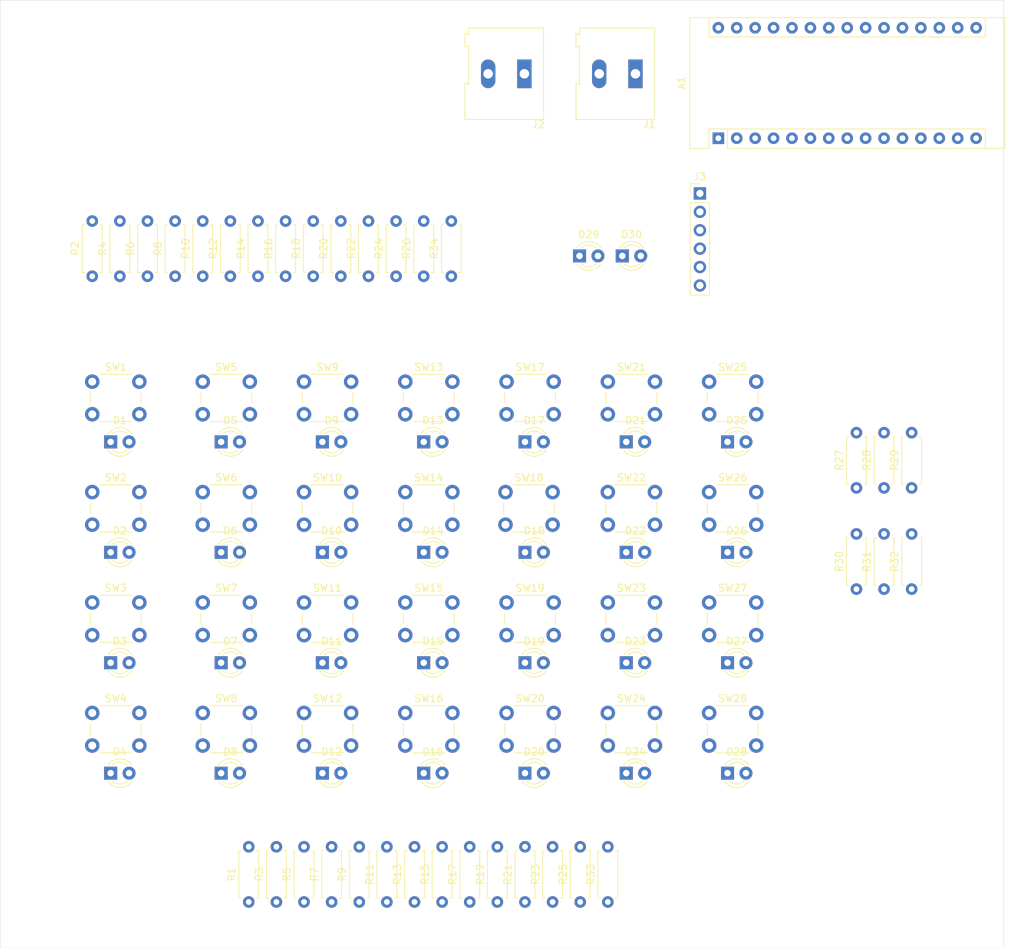
<source format=kicad_pcb>
(kicad_pcb (version 20171130) (host pcbnew "(5.1.4-0-10_14)")
  (layers (0 F.Cu signal) (31 B.Cu signal) (34 B.Paste user) (35 F.Paste user) (36 B.SilkS user) (37 F.SilkS user) (38 B.Mask user) (39 F.Mask user) (44 Edge.Cuts user))
  (net 0 "")
  (net 1 "Net-(A1-Pad10)")
  (net 2 "Net-(A1-Pad9)")
  (net 3 "Net-(A1-Pad8)")
  (net 4 "Net-(A1-Pad7)")
  (net 5 "Net-(A1-Pad6)")
  (net 6 BT_15)
  (net 7 "Net-(A1-Pad5)")
  (net 8 BT_1)
  (net 9 LED_3)
  (net 10 LED_2)
  (net 11 LED_1)
  (net 12 LED_5)
  (net 13 LED_6)
  (net 14 LED_4)
  (net 15 BT_28)
  (net 16 BT_27)
  (net 17 BT_14)
  (net 18 BT_13)
  (net 19 BT_26)
  (net 20 BT_12)
  (net 21 BT_25)
  (net 22 BT_11)
  (net 23 BT_24)
  (net 24 BT_10)
  (net 25 BT_23)
  (net 26 BT_9)
  (net 27 BT_22)
  (net 28 BT_8)
  (net 29 BT_21)
  (net 30 BT_7)
  (net 31 BT_20)
  (net 32 BT_6)
  (net 33 BT_19)
  (net 34 BT_5)
  (net 35 BT_18)
  (net 36 BT_4)
  (net 37 BT_17)
  (net 38 BT_3)
  (net 39 BT_16)
  (net 40 BT_2)
  (net 41 "Net-(SW1-Pad4)")
  (net 42 "Net-(SW2-Pad4)")
  (net 43 "Net-(SW3-Pad4)")
  (net 44 "Net-(SW4-Pad4)")
  (net 45 "Net-(SW5-Pad4)")
  (net 46 "Net-(SW10-Pad3)")
  (net 47 "Net-(SW11-Pad3)")
  (net 48 "Net-(SW12-Pad3)")
  (net 49 "Net-(SW13-Pad3)")
  (net 50 "Net-(SW10-Pad4)")
  (net 51 "Net-(SW11-Pad4)")
  (net 52 "Net-(SW12-Pad4)")
  (net 53 "Net-(SW13-Pad4)")
  (net 54 "Net-(SW14-Pad4)")
  (net 55 "Net-(SW15-Pad4)")
  (net 56 "Net-(SW16-Pad4)")
  (net 57 "Net-(SW17-Pad4)")
  (net 58 "Net-(SW18-Pad4)")
  (net 59 "Net-(SW19-Pad4)")
  (net 60 "Net-(SW20-Pad4)")
  (net 61 "Net-(SW21-Pad4)")
  (net 62 "Net-(SW22-Pad4)")
  (net 63 "Net-(SW23-Pad4)")
  (net 64 "Net-(SW24-Pad4)")
  (net 65 /VIN)
  (net 66 /D9)
  (net 67 /GND)
  (net 68 SCK)
  (net 69 MISO)
  (net 70 MOSI)
  (net 71 CS)
  (net 72 +5V)
  (module Button_Switch_THT:SW_PUSH_6mm_H4.3mm_4Pins (layer F.Cu) (at 139.7 79.32)
    (fp_text reference SW21 (at 3.25 -2) (layer F.SilkS))
    (fp_text value BT0)
    (pad 2 thru_hole circle (at 6.5 0 90) (size 2 2) (drill 1.1) (layers *.Cu *.Mask))
    (pad 4 thru_hole circle (at 6.5 4.5 90) (size 2 2) (drill 1.1) (layers *.Cu *.Mask) (net 61 "Net-(SW21-Pad4)"))
    (pad 1 thru_hole circle (at 0 0 90) (size 2 2) (drill 1.1) (layers *.Cu *.Mask) (net 40 BT_2))
    (pad 3 thru_hole circle (at 0 4.5 90) (size 2 2) (drill 1.1) (layers *.Cu *.Mask) (net 57 "Net-(SW17-Pad4)"))
  )
  (module Button_Switch_THT:SW_PUSH_6mm_H4.3mm_4Pins (layer F.Cu) (at 68.58 94.56)
    (fp_text reference SW2 (at 3.25 -2) (layer F.SilkS))
    (fp_text value BT0)
    (pad 2 thru_hole circle (at 6.5 0 90) (size 2 2) (drill 1.1) (layers *.Cu *.Mask))
    (pad 4 thru_hole circle (at 6.5 4.5 90) (size 2 2) (drill 1.1) (layers *.Cu *.Mask) (net 42 "Net-(SW2-Pad4)"))
    (pad 1 thru_hole circle (at 0 0 90) (size 2 2) (drill 1.1) (layers *.Cu *.Mask) (net 17 BT_14))
    (pad 3 thru_hole circle (at 0 4.5 90) (size 2 2) (drill 1.1) (layers *.Cu *.Mask))
  )
  (module Button_Switch_THT:SW_PUSH_6mm_H4.3mm_4Pins (layer F.Cu) (at 68.58 109.8)
    (fp_text reference SW3 (at 3.25 -2) (layer F.SilkS))
    (fp_text value BT0)
    (pad 2 thru_hole circle (at 6.5 0 90) (size 2 2) (drill 1.1) (layers *.Cu *.Mask))
    (pad 4 thru_hole circle (at 6.5 4.5 90) (size 2 2) (drill 1.1) (layers *.Cu *.Mask) (net 43 "Net-(SW3-Pad4)"))
    (pad 1 thru_hole circle (at 0 0 90) (size 2 2) (drill 1.1) (layers *.Cu *.Mask) (net 29 BT_21))
    (pad 3 thru_hole circle (at 0 4.5 90) (size 2 2) (drill 1.1) (layers *.Cu *.Mask))
  )
  (module Button_Switch_THT:SW_PUSH_6mm_H4.3mm_4Pins (layer F.Cu) (at 68.58 79.32)
    (fp_text reference SW1 (at 3.25 -2) (layer F.SilkS))
    (fp_text value BT0)
    (pad 2 thru_hole circle (at 6.5 0 90) (size 2 2) (drill 1.1) (layers *.Cu *.Mask))
    (pad 4 thru_hole circle (at 6.5 4.5 90) (size 2 2) (drill 1.1) (layers *.Cu *.Mask) (net 41 "Net-(SW1-Pad4)"))
    (pad 1 thru_hole circle (at 0 0 90) (size 2 2) (drill 1.1) (layers *.Cu *.Mask) (net 30 BT_7))
    (pad 3 thru_hole circle (at 0 4.5 90) (size 2 2) (drill 1.1) (layers *.Cu *.Mask))
  )
  (module Button_Switch_THT:SW_PUSH_6mm_H4.3mm_4Pins (layer F.Cu) (at 68.58 125.04)
    (fp_text reference SW4 (at 3.25 -2) (layer F.SilkS))
    (fp_text value BT0)
    (pad 2 thru_hole circle (at 6.5 0 90) (size 2 2) (drill 1.1) (layers *.Cu *.Mask))
    (pad 4 thru_hole circle (at 6.5 4.5 90) (size 2 2) (drill 1.1) (layers *.Cu *.Mask) (net 44 "Net-(SW4-Pad4)"))
    (pad 1 thru_hole circle (at 0 0 90) (size 2 2) (drill 1.1) (layers *.Cu *.Mask) (net 15 BT_28))
    (pad 3 thru_hole circle (at 0 4.5 90) (size 2 2) (drill 1.1) (layers *.Cu *.Mask))
  )
  (module Button_Switch_THT:SW_PUSH_6mm_H4.3mm_4Pins (layer F.Cu) (at 83.82 79.32)
    (fp_text reference SW5 (at 3.25 -2) (layer F.SilkS))
    (fp_text value BT0)
    (pad 2 thru_hole circle (at 6.5 0 90) (size 2 2) (drill 1.1) (layers *.Cu *.Mask))
    (pad 4 thru_hole circle (at 6.5 4.5 90) (size 2 2) (drill 1.1) (layers *.Cu *.Mask) (net 45 "Net-(SW5-Pad4)"))
    (pad 1 thru_hole circle (at 0 0 90) (size 2 2) (drill 1.1) (layers *.Cu *.Mask) (net 32 BT_6))
    (pad 3 thru_hole circle (at 0 4.5 90) (size 2 2) (drill 1.1) (layers *.Cu *.Mask) (net 41 "Net-(SW1-Pad4)"))
  )
  (module Button_Switch_THT:SW_PUSH_6mm_H4.3mm_4Pins (layer F.Cu) (at 83.82 94.56)
    (fp_text reference SW6 (at 3.25 -2) (layer F.SilkS))
    (fp_text value BT0)
    (pad 2 thru_hole circle (at 6.5 0 90) (size 2 2) (drill 1.1) (layers *.Cu *.Mask))
    (pad 4 thru_hole circle (at 6.5 4.5 90) (size 2 2) (drill 1.1) (layers *.Cu *.Mask) (net 46 "Net-(SW10-Pad3)"))
    (pad 1 thru_hole circle (at 0 0 90) (size 2 2) (drill 1.1) (layers *.Cu *.Mask) (net 18 BT_13))
    (pad 3 thru_hole circle (at 0 4.5 90) (size 2 2) (drill 1.1) (layers *.Cu *.Mask) (net 42 "Net-(SW2-Pad4)"))
  )
  (module Button_Switch_THT:SW_PUSH_6mm_H4.3mm_4Pins (layer F.Cu) (at 83.82 109.8)
    (fp_text reference SW7 (at 3.25 -2) (layer F.SilkS))
    (fp_text value BT0)
    (pad 2 thru_hole circle (at 6.5 0 90) (size 2 2) (drill 1.1) (layers *.Cu *.Mask))
    (pad 4 thru_hole circle (at 6.5 4.5 90) (size 2 2) (drill 1.1) (layers *.Cu *.Mask) (net 47 "Net-(SW11-Pad3)"))
    (pad 1 thru_hole circle (at 0 0 90) (size 2 2) (drill 1.1) (layers *.Cu *.Mask) (net 31 BT_20))
    (pad 3 thru_hole circle (at 0 4.5 90) (size 2 2) (drill 1.1) (layers *.Cu *.Mask) (net 43 "Net-(SW3-Pad4)"))
  )
  (module Button_Switch_THT:SW_PUSH_6mm_H4.3mm_4Pins (layer F.Cu) (at 83.82 125.04)
    (fp_text reference SW8 (at 3.25 -2) (layer F.SilkS))
    (fp_text value BT0)
    (pad 2 thru_hole circle (at 6.5 0 90) (size 2 2) (drill 1.1) (layers *.Cu *.Mask))
    (pad 4 thru_hole circle (at 6.5 4.5 90) (size 2 2) (drill 1.1) (layers *.Cu *.Mask) (net 48 "Net-(SW12-Pad3)"))
    (pad 1 thru_hole circle (at 0 0 90) (size 2 2) (drill 1.1) (layers *.Cu *.Mask) (net 16 BT_27))
    (pad 3 thru_hole circle (at 0 4.5 90) (size 2 2) (drill 1.1) (layers *.Cu *.Mask) (net 44 "Net-(SW4-Pad4)"))
  )
  (module Button_Switch_THT:SW_PUSH_6mm_H4.3mm_4Pins (layer F.Cu) (at 97.79 79.32)
    (fp_text reference SW9 (at 3.25 -2) (layer F.SilkS))
    (fp_text value BT0)
    (pad 2 thru_hole circle (at 6.5 0 90) (size 2 2) (drill 1.1) (layers *.Cu *.Mask))
    (pad 4 thru_hole circle (at 6.5 4.5 90) (size 2 2) (drill 1.1) (layers *.Cu *.Mask) (net 49 "Net-(SW13-Pad3)"))
    (pad 1 thru_hole circle (at 0 0 90) (size 2 2) (drill 1.1) (layers *.Cu *.Mask) (net 34 BT_5))
    (pad 3 thru_hole circle (at 0 4.5 90) (size 2 2) (drill 1.1) (layers *.Cu *.Mask) (net 45 "Net-(SW5-Pad4)"))
  )
  (module Button_Switch_THT:SW_PUSH_6mm_H4.3mm_4Pins (layer F.Cu) (at 97.79 94.56)
    (fp_text reference SW10 (at 3.25 -2) (layer F.SilkS))
    (fp_text value BT0)
    (pad 2 thru_hole circle (at 6.5 0 90) (size 2 2) (drill 1.1) (layers *.Cu *.Mask))
    (pad 4 thru_hole circle (at 6.5 4.5 90) (size 2 2) (drill 1.1) (layers *.Cu *.Mask) (net 50 "Net-(SW10-Pad4)"))
    (pad 1 thru_hole circle (at 0 0 90) (size 2 2) (drill 1.1) (layers *.Cu *.Mask) (net 20 BT_12))
    (pad 3 thru_hole circle (at 0 4.5 90) (size 2 2) (drill 1.1) (layers *.Cu *.Mask) (net 46 "Net-(SW10-Pad3)"))
  )
  (module Button_Switch_THT:SW_PUSH_6mm_H4.3mm_4Pins (layer F.Cu) (at 97.79 109.8)
    (fp_text reference SW11 (at 3.25 -2) (layer F.SilkS))
    (fp_text value BT0)
    (pad 2 thru_hole circle (at 6.5 0 90) (size 2 2) (drill 1.1) (layers *.Cu *.Mask))
    (pad 4 thru_hole circle (at 6.5 4.5 90) (size 2 2) (drill 1.1) (layers *.Cu *.Mask) (net 51 "Net-(SW11-Pad4)"))
    (pad 1 thru_hole circle (at 0 0 90) (size 2 2) (drill 1.1) (layers *.Cu *.Mask) (net 33 BT_19))
    (pad 3 thru_hole circle (at 0 4.5 90) (size 2 2) (drill 1.1) (layers *.Cu *.Mask) (net 47 "Net-(SW11-Pad3)"))
  )
  (module Button_Switch_THT:SW_PUSH_6mm_H4.3mm_4Pins (layer F.Cu) (at 97.79 125.04)
    (fp_text reference SW12 (at 3.25 -2) (layer F.SilkS))
    (fp_text value BT0)
    (pad 2 thru_hole circle (at 6.5 0 90) (size 2 2) (drill 1.1) (layers *.Cu *.Mask))
    (pad 4 thru_hole circle (at 6.5 4.5 90) (size 2 2) (drill 1.1) (layers *.Cu *.Mask) (net 52 "Net-(SW12-Pad4)"))
    (pad 1 thru_hole circle (at 0 0 90) (size 2 2) (drill 1.1) (layers *.Cu *.Mask) (net 19 BT_26))
    (pad 3 thru_hole circle (at 0 4.5 90) (size 2 2) (drill 1.1) (layers *.Cu *.Mask) (net 48 "Net-(SW12-Pad3)"))
  )
  (module Button_Switch_THT:SW_PUSH_6mm_H4.3mm_4Pins (layer F.Cu) (at 111.76 79.32)
    (fp_text reference SW13 (at 3.25 -2) (layer F.SilkS))
    (fp_text value BT0)
    (pad 2 thru_hole circle (at 6.5 0 90) (size 2 2) (drill 1.1) (layers *.Cu *.Mask))
    (pad 4 thru_hole circle (at 6.5 4.5 90) (size 2 2) (drill 1.1) (layers *.Cu *.Mask) (net 53 "Net-(SW13-Pad4)"))
    (pad 1 thru_hole circle (at 0 0 90) (size 2 2) (drill 1.1) (layers *.Cu *.Mask) (net 36 BT_4))
    (pad 3 thru_hole circle (at 0 4.5 90) (size 2 2) (drill 1.1) (layers *.Cu *.Mask) (net 49 "Net-(SW13-Pad3)"))
  )
  (module Button_Switch_THT:SW_PUSH_6mm_H4.3mm_4Pins (layer F.Cu) (at 111.76 94.56)
    (fp_text reference SW14 (at 3.25 -2) (layer F.SilkS))
    (fp_text value BT0)
    (pad 2 thru_hole circle (at 6.5 0 90) (size 2 2) (drill 1.1) (layers *.Cu *.Mask))
    (pad 4 thru_hole circle (at 6.5 4.5 90) (size 2 2) (drill 1.1) (layers *.Cu *.Mask) (net 54 "Net-(SW14-Pad4)"))
    (pad 1 thru_hole circle (at 0 0 90) (size 2 2) (drill 1.1) (layers *.Cu *.Mask) (net 22 BT_11))
    (pad 3 thru_hole circle (at 0 4.5 90) (size 2 2) (drill 1.1) (layers *.Cu *.Mask) (net 50 "Net-(SW10-Pad4)"))
  )
  (module Button_Switch_THT:SW_PUSH_6mm_H4.3mm_4Pins (layer F.Cu) (at 111.76 109.8)
    (fp_text reference SW15 (at 3.25 -2) (layer F.SilkS))
    (fp_text value BT0)
    (pad 2 thru_hole circle (at 6.5 0 90) (size 2 2) (drill 1.1) (layers *.Cu *.Mask))
    (pad 4 thru_hole circle (at 6.5 4.5 90) (size 2 2) (drill 1.1) (layers *.Cu *.Mask) (net 55 "Net-(SW15-Pad4)"))
    (pad 1 thru_hole circle (at 0 0 90) (size 2 2) (drill 1.1) (layers *.Cu *.Mask) (net 35 BT_18))
    (pad 3 thru_hole circle (at 0 4.5 90) (size 2 2) (drill 1.1) (layers *.Cu *.Mask) (net 51 "Net-(SW11-Pad4)"))
  )
  (module Button_Switch_THT:SW_PUSH_6mm_H4.3mm_4Pins (layer F.Cu) (at 111.76 125.04)
    (fp_text reference SW16 (at 3.25 -2) (layer F.SilkS))
    (fp_text value BT0)
    (pad 2 thru_hole circle (at 6.5 0 90) (size 2 2) (drill 1.1) (layers *.Cu *.Mask))
    (pad 4 thru_hole circle (at 6.5 4.5 90) (size 2 2) (drill 1.1) (layers *.Cu *.Mask) (net 56 "Net-(SW16-Pad4)"))
    (pad 1 thru_hole circle (at 0 0 90) (size 2 2) (drill 1.1) (layers *.Cu *.Mask) (net 21 BT_25))
    (pad 3 thru_hole circle (at 0 4.5 90) (size 2 2) (drill 1.1) (layers *.Cu *.Mask) (net 52 "Net-(SW12-Pad4)"))
  )
  (module Button_Switch_THT:SW_PUSH_6mm_H4.3mm_4Pins (layer F.Cu) (at 125.73 79.32)
    (fp_text reference SW17 (at 3.25 -2) (layer F.SilkS))
    (fp_text value BT0)
    (pad 2 thru_hole circle (at 6.5 0 90) (size 2 2) (drill 1.1) (layers *.Cu *.Mask))
    (pad 4 thru_hole circle (at 6.5 4.5 90) (size 2 2) (drill 1.1) (layers *.Cu *.Mask) (net 57 "Net-(SW17-Pad4)"))
    (pad 1 thru_hole circle (at 0 0 90) (size 2 2) (drill 1.1) (layers *.Cu *.Mask) (net 38 BT_3))
    (pad 3 thru_hole circle (at 0 4.5 90) (size 2 2) (drill 1.1) (layers *.Cu *.Mask) (net 53 "Net-(SW13-Pad4)"))
  )
  (module Button_Switch_THT:SW_PUSH_6mm_H4.3mm_4Pins (layer F.Cu) (at 125.58 94.56)
    (fp_text reference SW18 (at 3.25 -2) (layer F.SilkS))
    (fp_text value BT0)
    (pad 2 thru_hole circle (at 6.5 0 90) (size 2 2) (drill 1.1) (layers *.Cu *.Mask))
    (pad 4 thru_hole circle (at 6.5 4.5 90) (size 2 2) (drill 1.1) (layers *.Cu *.Mask) (net 58 "Net-(SW18-Pad4)"))
    (pad 1 thru_hole circle (at 0 0 90) (size 2 2) (drill 1.1) (layers *.Cu *.Mask) (net 24 BT_10))
    (pad 3 thru_hole circle (at 0 4.5 90) (size 2 2) (drill 1.1) (layers *.Cu *.Mask) (net 54 "Net-(SW14-Pad4)"))
  )
  (module Button_Switch_THT:SW_PUSH_6mm_H4.3mm_4Pins (layer F.Cu) (at 125.73 109.8)
    (fp_text reference SW19 (at 3.25 -2) (layer F.SilkS))
    (fp_text value BT0)
    (pad 2 thru_hole circle (at 6.5 0 90) (size 2 2) (drill 1.1) (layers *.Cu *.Mask))
    (pad 4 thru_hole circle (at 6.5 4.5 90) (size 2 2) (drill 1.1) (layers *.Cu *.Mask) (net 59 "Net-(SW19-Pad4)"))
    (pad 1 thru_hole circle (at 0 0 90) (size 2 2) (drill 1.1) (layers *.Cu *.Mask) (net 37 BT_17))
    (pad 3 thru_hole circle (at 0 4.5 90) (size 2 2) (drill 1.1) (layers *.Cu *.Mask) (net 55 "Net-(SW15-Pad4)"))
  )
  (module Button_Switch_THT:SW_PUSH_6mm_H4.3mm_4Pins (layer F.Cu) (at 125.73 125.04)
    (fp_text reference SW20 (at 3.25 -2) (layer F.SilkS))
    (fp_text value BT0)
    (pad 2 thru_hole circle (at 6.5 0 90) (size 2 2) (drill 1.1) (layers *.Cu *.Mask))
    (pad 4 thru_hole circle (at 6.5 4.5 90) (size 2 2) (drill 1.1) (layers *.Cu *.Mask) (net 60 "Net-(SW20-Pad4)"))
    (pad 1 thru_hole circle (at 0 0 90) (size 2 2) (drill 1.1) (layers *.Cu *.Mask) (net 23 BT_24))
    (pad 3 thru_hole circle (at 0 4.5 90) (size 2 2) (drill 1.1) (layers *.Cu *.Mask) (net 56 "Net-(SW16-Pad4)"))
  )
  (module TerminalBlock:TerminalBlock_Altech_AK300-2_P5.00mm (layer F.Cu) (at 128.19 36.83 180)
    (fp_text reference J2 (at -1.92 -6.99) (layer F.SilkS))
    (fp_text value SPEAKER)
    (pad 2 thru_hole oval (at 5 0 180) (size 1.98 3.96) (drill 1.32) (layers *.Cu *.Mask) (net 66 /D9))
    (pad 1 thru_hole rect (at 0 0 180) (size 1.98 3.96) (drill 1.32) (layers *.Cu *.Mask) (net 67 /GND))
  )
  (module TerminalBlock:TerminalBlock_Altech_AK300-2_P5.00mm (layer F.Cu) (at 143.51 36.83 180)
    (fp_text reference J1 (at -1.92 -6.99) (layer F.SilkS))
    (fp_text value POWER)
    (pad 2 thru_hole oval (at 5 0 180) (size 1.98 3.96) (drill 1.32) (layers *.Cu *.Mask) (net 67 /GND))
    (pad 1 thru_hole rect (at 0 0 180) (size 1.98 3.96) (drill 1.32) (layers *.Cu *.Mask) (net 65 /VIN))
  )
  (module LED_THT:LED_D3.0mm (layer F.Cu) (at 156.21 133.35)
    (fp_text reference D28 (at 1.27 -2.96) (layer F.SilkS))
    (fp_text value LED)
    (pad 2 thru_hole circle (at 2.54 0) (size 1.8 1.8) (drill 0.9) (layers *.Cu *.Mask) (net 10 LED_2))
    (pad 1 thru_hole rect (at 0 0) (size 1.8 1.8) (drill 0.9) (layers *.Cu *.Mask) (net 14 LED_4))
  )
  (module LED_THT:LED_D3.0mm (layer F.Cu) (at 156.21 118.11)
    (fp_text reference D27 (at 1.27 -2.96) (layer F.SilkS))
    (fp_text value LED)
    (pad 2 thru_hole circle (at 2.54 0) (size 1.8 1.8) (drill 0.9) (layers *.Cu *.Mask) (net 14 LED_4))
    (pad 1 thru_hole rect (at 0 0) (size 1.8 1.8) (drill 0.9) (layers *.Cu *.Mask) (net 10 LED_2))
  )
  (module LED_THT:LED_D3.0mm (layer F.Cu) (at 156.21 102.87)
    (fp_text reference D26 (at 1.27 -2.96) (layer F.SilkS))
    (fp_text value LED)
    (pad 2 thru_hole circle (at 2.54 0) (size 1.8 1.8) (drill 0.9) (layers *.Cu *.Mask) (net 14 LED_4))
    (pad 1 thru_hole rect (at 0 0) (size 1.8 1.8) (drill 0.9) (layers *.Cu *.Mask) (net 13 LED_6))
  )
  (module LED_THT:LED_D3.0mm (layer F.Cu) (at 142.24 102.87)
    (fp_text reference D22 (at 1.27 -2.96) (layer F.SilkS))
    (fp_text value LED)
    (pad 2 thru_hole circle (at 2.54 0) (size 1.8 1.8) (drill 0.9) (layers *.Cu *.Mask) (net 9 LED_3))
    (pad 1 thru_hole rect (at 0 0) (size 1.8 1.8) (drill 0.9) (layers *.Cu *.Mask) (net 14 LED_4))
  )
  (module LED_THT:LED_D3.0mm (layer F.Cu) (at 142.24 87.63)
    (fp_text reference D21 (at 1.27 -2.96) (layer F.SilkS))
    (fp_text value LED)
    (pad 2 thru_hole circle (at 2.54 0) (size 1.8 1.8) (drill 0.9) (layers *.Cu *.Mask) (net 14 LED_4))
    (pad 1 thru_hole rect (at 0 0) (size 1.8 1.8) (drill 0.9) (layers *.Cu *.Mask) (net 12 LED_5))
  )
  (module LED_THT:LED_D3.0mm (layer F.Cu) (at 100.33 118.11)
    (fp_text reference D11 (at 1.27 -2.96) (layer F.SilkS))
    (fp_text value LED)
    (pad 2 thru_hole circle (at 2.54 0) (size 1.8 1.8) (drill 0.9) (layers *.Cu *.Mask) (net 13 LED_6))
    (pad 1 thru_hole rect (at 0 0) (size 1.8 1.8) (drill 0.9) (layers *.Cu *.Mask) (net 11 LED_1))
  )
  (module LED_THT:LED_D3.0mm (layer F.Cu) (at 100.33 102.87)
    (fp_text reference D10 (at 1.27 -2.96) (layer F.SilkS))
    (fp_text value LED)
    (pad 2 thru_hole circle (at 2.54 0) (size 1.8 1.8) (drill 0.9) (layers *.Cu *.Mask) (net 13 LED_6))
    (pad 1 thru_hole rect (at 0 0) (size 1.8 1.8) (drill 0.9) (layers *.Cu *.Mask) (net 10 LED_2))
  )
  (module LED_THT:LED_D3.0mm (layer F.Cu) (at 100.33 87.63)
    (fp_text reference D9 (at 1.27 -2.96) (layer F.SilkS))
    (fp_text value LED)
    (pad 2 thru_hole circle (at 2.54 0) (size 1.8 1.8) (drill 0.9) (layers *.Cu *.Mask) (net 13 LED_6))
    (pad 1 thru_hole rect (at 0 0) (size 1.8 1.8) (drill 0.9) (layers *.Cu *.Mask) (net 9 LED_3))
  )
  (module LED_THT:LED_D3.0mm (layer F.Cu) (at 86.36 133.35)
    (fp_text reference D8 (at 1.27 -2.96) (layer F.SilkS))
    (fp_text value LED)
    (pad 2 thru_hole circle (at 2.54 0) (size 1.8 1.8) (drill 0.9) (layers *.Cu *.Mask) (net 11 LED_1))
    (pad 1 thru_hole rect (at 0 0) (size 1.8 1.8) (drill 0.9) (layers *.Cu *.Mask) (net 10 LED_2))
  )
  (module LED_THT:LED_D3.0mm (layer F.Cu) (at 86.36 118.11)
    (fp_text reference D7 (at 1.27 -2.96) (layer F.SilkS))
    (fp_text value LED)
    (pad 2 thru_hole circle (at 2.54 0) (size 1.8 1.8) (drill 0.9) (layers *.Cu *.Mask) (net 11 LED_1))
    (pad 1 thru_hole rect (at 0 0) (size 1.8 1.8) (drill 0.9) (layers *.Cu *.Mask) (net 12 LED_5))
  )
  (module LED_THT:LED_D3.0mm (layer F.Cu) (at 86.36 102.87)
    (fp_text reference D6 (at 1.27 -2.96) (layer F.SilkS))
    (fp_text value LED)
    (pad 2 thru_hole circle (at 2.54 0) (size 1.8 1.8) (drill 0.9) (layers *.Cu *.Mask) (net 10 LED_2))
    (pad 1 thru_hole rect (at 0 0) (size 1.8 1.8) (drill 0.9) (layers *.Cu *.Mask) (net 12 LED_5))
  )
  (module LED_THT:LED_D3.0mm (layer F.Cu) (at 86.36 87.63)
    (fp_text reference D5 (at 1.27 -2.96) (layer F.SilkS))
    (fp_text value LED)
    (pad 2 thru_hole circle (at 2.54 0) (size 1.8 1.8) (drill 0.9) (layers *.Cu *.Mask) (net 9 LED_3))
    (pad 1 thru_hole rect (at 0 0) (size 1.8 1.8) (drill 0.9) (layers *.Cu *.Mask) (net 12 LED_5))
  )
  (module LED_THT:LED_D3.0mm (layer F.Cu) (at 71.12 133.35)
    (fp_text reference D4 (at 1.27 -2.96) (layer F.SilkS))
    (fp_text value LED)
    (pad 2 thru_hole circle (at 2.54 0) (size 1.8 1.8) (drill 0.9) (layers *.Cu *.Mask) (net 10 LED_2))
    (pad 1 thru_hole rect (at 0 0) (size 1.8 1.8) (drill 0.9) (layers *.Cu *.Mask) (net 11 LED_1))
  )
  (module LED_THT:LED_D3.0mm (layer F.Cu) (at 71.12 118.11)
    (fp_text reference D3 (at 1.27 -2.96) (layer F.SilkS))
    (fp_text value LED)
    (pad 2 thru_hole circle (at 2.54 0) (size 1.8 1.8) (drill 0.9) (layers *.Cu *.Mask) (net 12 LED_5))
    (pad 1 thru_hole rect (at 0 0) (size 1.8 1.8) (drill 0.9) (layers *.Cu *.Mask) (net 11 LED_1))
  )
  (module LED_THT:LED_D3.0mm (layer F.Cu) (at 71.12 102.87)
    (fp_text reference D2 (at 1.27 -2.96) (layer F.SilkS))
    (fp_text value LED)
    (pad 2 thru_hole circle (at 2.54 0) (size 1.8 1.8) (drill 0.9) (layers *.Cu *.Mask) (net 12 LED_5))
    (pad 1 thru_hole rect (at 0 0) (size 1.8 1.8) (drill 0.9) (layers *.Cu *.Mask) (net 10 LED_2))
  )
  (module LED_THT:LED_D3.0mm (layer F.Cu) (at 71.12 87.63)
    (fp_text reference D1 (at 1.27 -2.96) (layer F.SilkS))
    (fp_text value LED)
    (pad 2 thru_hole circle (at 2.54 0) (size 1.8 1.8) (drill 0.9) (layers *.Cu *.Mask) (net 12 LED_5))
    (pad 1 thru_hole rect (at 0 0) (size 1.8 1.8) (drill 0.9) (layers *.Cu *.Mask) (net 9 LED_3))
  )
  (module Module:Arduino_Nano (layer F.Cu) (at 154.94 45.72 90)
    (fp_text reference A1 (at 7.62 -5.08 90) (layer F.SilkS))
    (fp_text value Arduino_Nano_v3.x)
    (pad 16 thru_hole oval (at 15.24 35.56 90) (size 1.6 1.6) (drill 0.8) (layers *.Cu *.Mask) (net 68 SCK))
    (pad 15 thru_hole oval (at 0 35.56 90) (size 1.6 1.6) (drill 0.8) (layers *.Cu *.Mask) (net 69 MISO))
    (pad 30 thru_hole oval (at 15.24 0 90) (size 1.6 1.6) (drill 0.8) (layers *.Cu *.Mask) (net 65 /VIN))
    (pad 14 thru_hole oval (at 0 33.02 90) (size 1.6 1.6) (drill 0.8) (layers *.Cu *.Mask) (net 70 MOSI))
    (pad 29 thru_hole oval (at 15.24 2.54 90) (size 1.6 1.6) (drill 0.8) (layers *.Cu *.Mask))
    (pad 13 thru_hole oval (at 0 30.48 90) (size 1.6 1.6) (drill 0.8) (layers *.Cu *.Mask) (net 71 CS))
    (pad 28 thru_hole oval (at 15.24 5.08 90) (size 1.6 1.6) (drill 0.8) (layers *.Cu *.Mask))
    (pad 12 thru_hole oval (at 0 27.94 90) (size 1.6 1.6) (drill 0.8) (layers *.Cu *.Mask) (net 66 /D9))
    (pad 27 thru_hole oval (at 15.24 7.62 90) (size 1.6 1.6) (drill 0.8) (layers *.Cu *.Mask) (net 72 +5V))
    (pad 11 thru_hole oval (at 0 25.4 90) (size 1.6 1.6) (drill 0.8) (layers *.Cu *.Mask))
    (pad 26 thru_hole oval (at 15.24 10.16 90) (size 1.6 1.6) (drill 0.8) (layers *.Cu *.Mask))
    (pad 10 thru_hole oval (at 0 22.86 90) (size 1.6 1.6) (drill 0.8) (layers *.Cu *.Mask) (net 1 "Net-(A1-Pad10)"))
    (pad 25 thru_hole oval (at 15.24 12.7 90) (size 1.6 1.6) (drill 0.8) (layers *.Cu *.Mask))
    (pad 9 thru_hole oval (at 0 20.32 90) (size 1.6 1.6) (drill 0.8) (layers *.Cu *.Mask) (net 2 "Net-(A1-Pad9)"))
    (pad 24 thru_hole oval (at 15.24 15.24 90) (size 1.6 1.6) (drill 0.8) (layers *.Cu *.Mask))
    (pad 8 thru_hole oval (at 0 17.78 90) (size 1.6 1.6) (drill 0.8) (layers *.Cu *.Mask) (net 3 "Net-(A1-Pad8)"))
    (pad 23 thru_hole oval (at 15.24 17.78 90) (size 1.6 1.6) (drill 0.8) (layers *.Cu *.Mask))
    (pad 7 thru_hole oval (at 0 15.24 90) (size 1.6 1.6) (drill 0.8) (layers *.Cu *.Mask) (net 4 "Net-(A1-Pad7)"))
    (pad 22 thru_hole oval (at 15.24 20.32 90) (size 1.6 1.6) (drill 0.8) (layers *.Cu *.Mask))
    (pad 6 thru_hole oval (at 0 12.7 90) (size 1.6 1.6) (drill 0.8) (layers *.Cu *.Mask) (net 5 "Net-(A1-Pad6)"))
    (pad 21 thru_hole oval (at 15.24 22.86 90) (size 1.6 1.6) (drill 0.8) (layers *.Cu *.Mask) (net 6 BT_15))
    (pad 5 thru_hole oval (at 0 10.16 90) (size 1.6 1.6) (drill 0.8) (layers *.Cu *.Mask) (net 7 "Net-(A1-Pad5)"))
    (pad 20 thru_hole oval (at 15.24 25.4 90) (size 1.6 1.6) (drill 0.8) (layers *.Cu *.Mask) (net 8 BT_1))
    (pad 4 thru_hole oval (at 0 7.62 90) (size 1.6 1.6) (drill 0.8) (layers *.Cu *.Mask) (net 67 /GND))
    (pad 19 thru_hole oval (at 15.24 27.94 90) (size 1.6 1.6) (drill 0.8) (layers *.Cu *.Mask))
    (pad 3 thru_hole oval (at 0 5.08 90) (size 1.6 1.6) (drill 0.8) (layers *.Cu *.Mask))
    (pad 18 thru_hole oval (at 15.24 30.48 90) (size 1.6 1.6) (drill 0.8) (layers *.Cu *.Mask))
    (pad 2 thru_hole oval (at 0 2.54 90) (size 1.6 1.6) (drill 0.8) (layers *.Cu *.Mask))
    (pad 17 thru_hole oval (at 15.24 33.02 90) (size 1.6 1.6) (drill 0.8) (layers *.Cu *.Mask))
    (pad 1 thru_hole rect (at 0 0 90) (size 1.6 1.6) (drill 0.8) (layers *.Cu *.Mask))
  )
  (module LED_THT:LED_D3.0mm (layer F.Cu) (at 128.27 102.87)
    (fp_text reference D18 (at 1.27 -2.96) (layer F.SilkS))
    (fp_text value LED)
    (pad 2 thru_hole circle (at 2.54 0) (size 1.8 1.8) (drill 0.9) (layers *.Cu *.Mask) (net 14 LED_4))
    (pad 1 thru_hole rect (at 0 0) (size 1.8 1.8) (drill 0.9) (layers *.Cu *.Mask) (net 9 LED_3))
  )
  (module LED_THT:LED_D3.0mm (layer F.Cu) (at 128.27 133.35)
    (fp_text reference D20 (at 1.27 -2.96) (layer F.SilkS))
    (fp_text value LED)
    (pad 2 thru_hole circle (at 2.54 0) (size 1.8 1.8) (drill 0.9) (layers *.Cu *.Mask) (net 14 LED_4))
    (pad 1 thru_hole rect (at 0 0) (size 1.8 1.8) (drill 0.9) (layers *.Cu *.Mask) (net 11 LED_1))
  )
  (module LED_THT:LED_D3.0mm (layer F.Cu) (at 156.21 87.63)
    (fp_text reference D25 (at 1.27 -2.96) (layer F.SilkS))
    (fp_text value LED)
    (pad 2 thru_hole circle (at 2.54 0) (size 1.8 1.8) (drill 0.9) (layers *.Cu *.Mask) (net 13 LED_6))
    (pad 1 thru_hole rect (at 0 0) (size 1.8 1.8) (drill 0.9) (layers *.Cu *.Mask) (net 14 LED_4))
  )
  (module LED_THT:LED_D3.0mm (layer F.Cu) (at 142.24 133.35)
    (fp_text reference D24 (at 1.27 -2.96) (layer F.SilkS))
    (fp_text value LED)
    (pad 2 thru_hole circle (at 2.54 0) (size 1.8 1.8) (drill 0.9) (layers *.Cu *.Mask) (net 11 LED_1))
    (pad 1 thru_hole rect (at 0 0) (size 1.8 1.8) (drill 0.9) (layers *.Cu *.Mask) (net 14 LED_4))
  )
  (module LED_THT:LED_D3.0mm (layer F.Cu) (at 142.24 118.11)
    (fp_text reference D23 (at 1.27 -2.96) (layer F.SilkS))
    (fp_text value LED)
    (pad 2 thru_hole circle (at 2.54 0) (size 1.8 1.8) (drill 0.9) (layers *.Cu *.Mask) (net 10 LED_2))
    (pad 1 thru_hole rect (at 0 0) (size 1.8 1.8) (drill 0.9) (layers *.Cu *.Mask) (net 9 LED_3))
  )
  (module LED_THT:LED_D3.0mm (layer F.Cu) (at 128.27 87.63)
    (fp_text reference D17 (at 1.27 -2.96) (layer F.SilkS))
    (fp_text value LED)
    (pad 2 thru_hole circle (at 2.54 0) (size 1.8 1.8) (drill 0.9) (layers *.Cu *.Mask) (net 12 LED_5))
    (pad 1 thru_hole rect (at 0 0) (size 1.8 1.8) (drill 0.9) (layers *.Cu *.Mask) (net 14 LED_4))
  )
  (module LED_THT:LED_D3.0mm (layer F.Cu) (at 114.3 133.35)
    (fp_text reference D16 (at 1.27 -2.96) (layer F.SilkS))
    (fp_text value LED)
    (pad 2 thru_hole circle (at 2.54 0) (size 1.8 1.8) (drill 0.9) (layers *.Cu *.Mask) (net 11 LED_1))
    (pad 1 thru_hole rect (at 0 0) (size 1.8 1.8) (drill 0.9) (layers *.Cu *.Mask) (net 9 LED_3))
  )
  (module LED_THT:LED_D3.0mm (layer F.Cu) (at 114.3 118.11)
    (fp_text reference D15 (at 1.27 -2.96) (layer F.SilkS))
    (fp_text value LED)
    (pad 2 thru_hole circle (at 2.54 0) (size 1.8 1.8) (drill 0.9) (layers *.Cu *.Mask) (net 11 LED_1))
    (pad 1 thru_hole rect (at 0 0) (size 1.8 1.8) (drill 0.9) (layers *.Cu *.Mask) (net 13 LED_6))
  )
  (module LED_THT:LED_D3.0mm (layer F.Cu) (at 114.3 102.87)
    (fp_text reference D14 (at 1.27 -2.96) (layer F.SilkS))
    (fp_text value LED)
    (pad 2 thru_hole circle (at 2.54 0) (size 1.8 1.8) (drill 0.9) (layers *.Cu *.Mask) (net 10 LED_2))
    (pad 1 thru_hole rect (at 0 0) (size 1.8 1.8) (drill 0.9) (layers *.Cu *.Mask) (net 13 LED_6))
  )
  (module LED_THT:LED_D3.0mm (layer F.Cu) (at 114.3 87.63)
    (fp_text reference D13 (at 1.27 -2.96) (layer F.SilkS))
    (fp_text value LED)
    (pad 2 thru_hole circle (at 2.54 0) (size 1.8 1.8) (drill 0.9) (layers *.Cu *.Mask) (net 9 LED_3))
    (pad 1 thru_hole rect (at 0 0) (size 1.8 1.8) (drill 0.9) (layers *.Cu *.Mask) (net 13 LED_6))
  )
  (module LED_THT:LED_D3.0mm (layer F.Cu) (at 100.33 133.35)
    (fp_text reference D12 (at 1.27 -2.96) (layer F.SilkS))
    (fp_text value LED)
    (pad 2 thru_hole circle (at 2.54 0) (size 1.8 1.8) (drill 0.9) (layers *.Cu *.Mask) (net 9 LED_3))
    (pad 1 thru_hole rect (at 0 0) (size 1.8 1.8) (drill 0.9) (layers *.Cu *.Mask) (net 11 LED_1))
  )
  (module LED_THT:LED_D3.0mm (layer F.Cu) (at 128.27 118.11)
    (fp_text reference D19 (at 1.27 -2.96) (layer F.SilkS))
    (fp_text value LED)
    (pad 2 thru_hole circle (at 2.54 0) (size 1.8 1.8) (drill 0.9) (layers *.Cu *.Mask) (net 9 LED_3))
    (pad 1 thru_hole rect (at 0 0) (size 1.8 1.8) (drill 0.9) (layers *.Cu *.Mask) (net 10 LED_2))
  )
  (module Button_Switch_THT:SW_PUSH_6mm_H4.3mm_4Pins (layer F.Cu) (at 139.7 94.56)
    (fp_text reference SW22 (at 3.25 -2) (layer F.SilkS))
    (fp_text value BT0)
    (pad 2 thru_hole circle (at 6.5 0 90) (size 2 2) (drill 1.1) (layers *.Cu *.Mask))
    (pad 4 thru_hole circle (at 6.5 4.5 90) (size 2 2) (drill 1.1) (layers *.Cu *.Mask) (net 62 "Net-(SW22-Pad4)"))
    (pad 1 thru_hole circle (at 0 0 90) (size 2 2) (drill 1.1) (layers *.Cu *.Mask) (net 26 BT_9))
    (pad 3 thru_hole circle (at 0 4.5 90) (size 2 2) (drill 1.1) (layers *.Cu *.Mask) (net 58 "Net-(SW18-Pad4)"))
  )
  (module Button_Switch_THT:SW_PUSH_6mm_H4.3mm_4Pins (layer F.Cu) (at 139.7 109.8)
    (fp_text reference SW23 (at 3.25 -2) (layer F.SilkS))
    (fp_text value BT0)
    (pad 2 thru_hole circle (at 6.5 0 90) (size 2 2) (drill 1.1) (layers *.Cu *.Mask))
    (pad 4 thru_hole circle (at 6.5 4.5 90) (size 2 2) (drill 1.1) (layers *.Cu *.Mask) (net 63 "Net-(SW23-Pad4)"))
    (pad 1 thru_hole circle (at 0 0 90) (size 2 2) (drill 1.1) (layers *.Cu *.Mask) (net 39 BT_16))
    (pad 3 thru_hole circle (at 0 4.5 90) (size 2 2) (drill 1.1) (layers *.Cu *.Mask) (net 59 "Net-(SW19-Pad4)"))
  )
  (module Button_Switch_THT:SW_PUSH_6mm_H4.3mm_4Pins (layer F.Cu) (at 139.7 125.04)
    (fp_text reference SW24 (at 3.25 -2) (layer F.SilkS))
    (fp_text value BT0)
    (pad 2 thru_hole circle (at 6.5 0 90) (size 2 2) (drill 1.1) (layers *.Cu *.Mask))
    (pad 4 thru_hole circle (at 6.5 4.5 90) (size 2 2) (drill 1.1) (layers *.Cu *.Mask) (net 64 "Net-(SW24-Pad4)"))
    (pad 1 thru_hole circle (at 0 0 90) (size 2 2) (drill 1.1) (layers *.Cu *.Mask) (net 25 BT_23))
    (pad 3 thru_hole circle (at 0 4.5 90) (size 2 2) (drill 1.1) (layers *.Cu *.Mask) (net 60 "Net-(SW20-Pad4)"))
  )
  (module Button_Switch_THT:SW_PUSH_6mm_H4.3mm_4Pins (layer F.Cu) (at 153.67 79.32)
    (fp_text reference SW25 (at 3.25 -2) (layer F.SilkS))
    (fp_text value BT0)
    (pad 2 thru_hole circle (at 6.5 0 90) (size 2 2) (drill 1.1) (layers *.Cu *.Mask))
    (pad 4 thru_hole circle (at 6.5 4.5 90) (size 2 2) (drill 1.1) (layers *.Cu *.Mask) (net 67 /GND))
    (pad 1 thru_hole circle (at 0 0 90) (size 2 2) (drill 1.1) (layers *.Cu *.Mask) (net 8 BT_1))
    (pad 3 thru_hole circle (at 0 4.5 90) (size 2 2) (drill 1.1) (layers *.Cu *.Mask) (net 61 "Net-(SW21-Pad4)"))
  )
  (module Button_Switch_THT:SW_PUSH_6mm_H4.3mm_4Pins (layer F.Cu) (at 153.67 94.56)
    (fp_text reference SW26 (at 3.25 -2) (layer F.SilkS))
    (fp_text value BT0)
    (pad 2 thru_hole circle (at 6.5 0 90) (size 2 2) (drill 1.1) (layers *.Cu *.Mask))
    (pad 4 thru_hole circle (at 6.5 4.5 90) (size 2 2) (drill 1.1) (layers *.Cu *.Mask) (net 67 /GND))
    (pad 1 thru_hole circle (at 0 0 90) (size 2 2) (drill 1.1) (layers *.Cu *.Mask) (net 28 BT_8))
    (pad 3 thru_hole circle (at 0 4.5 90) (size 2 2) (drill 1.1) (layers *.Cu *.Mask) (net 62 "Net-(SW22-Pad4)"))
  )
  (module Button_Switch_THT:SW_PUSH_6mm_H4.3mm_4Pins (layer F.Cu) (at 153.67 125.04)
    (fp_text reference SW28 (at 3.25 -2) (layer F.SilkS))
    (fp_text value BT0)
    (pad 2 thru_hole circle (at 6.5 0 90) (size 2 2) (drill 1.1) (layers *.Cu *.Mask))
    (pad 4 thru_hole circle (at 6.5 4.5 90) (size 2 2) (drill 1.1) (layers *.Cu *.Mask) (net 67 /GND))
    (pad 1 thru_hole circle (at 0 0 90) (size 2 2) (drill 1.1) (layers *.Cu *.Mask) (net 27 BT_22))
    (pad 3 thru_hole circle (at 0 4.5 90) (size 2 2) (drill 1.1) (layers *.Cu *.Mask) (net 64 "Net-(SW24-Pad4)"))
  )
  (module Button_Switch_THT:SW_PUSH_6mm_H4.3mm_4Pins (layer F.Cu) (at 153.67 109.8)
    (fp_text reference SW27 (at 3.25 -2) (layer F.SilkS))
    (fp_text value BT0)
    (pad 2 thru_hole circle (at 6.5 0 90) (size 2 2) (drill 1.1) (layers *.Cu *.Mask))
    (pad 4 thru_hole circle (at 6.5 4.5 90) (size 2 2) (drill 1.1) (layers *.Cu *.Mask) (net 67 /GND))
    (pad 1 thru_hole circle (at 0 0 90) (size 2 2) (drill 1.1) (layers *.Cu *.Mask) (net 6 BT_15))
    (pad 3 thru_hole circle (at 0 4.5 90) (size 2 2) (drill 1.1) (layers *.Cu *.Mask) (net 63 "Net-(SW23-Pad4)"))
  )
  (module Resistor_THT:R_Axial_DIN0207_L6.3mm_D2.5mm_P7.62mm_Horizontal (layer F.Cu) (at 118.11 64.77 90)
    (fp_text reference R34 (at 3.81 -2.37 90) (layer F.SilkS))
    (fp_text value 1.5KΩ)
    (pad 2 thru_hole oval (at 7.62 0 90) (size 1.6 1.6) (drill 0.8) (layers *.Cu *.Mask) (net 8 BT_1))
    (pad 1 thru_hole circle (at 0 0 90) (size 1.6 1.6) (drill 0.8) (layers *.Cu *.Mask) (net 72 +5V))
  )
  (module Resistor_THT:R_Axial_DIN0207_L6.3mm_D2.5mm_P7.62mm_Horizontal (layer F.Cu) (at 139.7 151.13 90)
    (fp_text reference R33 (at 3.81 -2.37 90) (layer F.SilkS))
    (fp_text value 1.5KΩ)
    (pad 2 thru_hole oval (at 7.62 0 90) (size 1.6 1.6) (drill 0.8) (layers *.Cu *.Mask) (net 6 BT_15))
    (pad 1 thru_hole circle (at 0 0 90) (size 1.6 1.6) (drill 0.8) (layers *.Cu *.Mask) (net 72 +5V))
  )
  (module Resistor_THT:R_Axial_DIN0207_L6.3mm_D2.5mm_P7.62mm_Horizontal (layer F.Cu) (at 181.61 107.95 90)
    (fp_text reference R32 (at 3.81 -2.37 90) (layer F.SilkS))
    (fp_text value 120Ω)
    (pad 2 thru_hole oval (at 7.62 0 90) (size 1.6 1.6) (drill 0.8) (layers *.Cu *.Mask) (net 1 "Net-(A1-Pad10)"))
    (pad 1 thru_hole circle (at 0 0 90) (size 1.6 1.6) (drill 0.8) (layers *.Cu *.Mask) (net 13 LED_6))
  )
  (module Resistor_THT:R_Axial_DIN0207_L6.3mm_D2.5mm_P7.62mm_Horizontal (layer F.Cu) (at 177.8 107.95 90)
    (fp_text reference R31 (at 3.81 -2.37 90) (layer F.SilkS))
    (fp_text value R)
    (pad 2 thru_hole oval (at 7.62 0 90) (size 1.6 1.6) (drill 0.8) (layers *.Cu *.Mask) (net 2 "Net-(A1-Pad9)"))
    (pad 1 thru_hole circle (at 0 0 90) (size 1.6 1.6) (drill 0.8) (layers *.Cu *.Mask) (net 12 LED_5))
  )
  (module Resistor_THT:R_Axial_DIN0207_L6.3mm_D2.5mm_P7.62mm_Horizontal (layer F.Cu) (at 173.99 107.95 90)
    (fp_text reference R30 (at 3.81 -2.37 90) (layer F.SilkS))
    (fp_text value R)
    (pad 2 thru_hole oval (at 7.62 0 90) (size 1.6 1.6) (drill 0.8) (layers *.Cu *.Mask) (net 3 "Net-(A1-Pad8)"))
    (pad 1 thru_hole circle (at 0 0 90) (size 1.6 1.6) (drill 0.8) (layers *.Cu *.Mask) (net 14 LED_4))
  )
  (module Resistor_THT:R_Axial_DIN0207_L6.3mm_D2.5mm_P7.62mm_Horizontal (layer F.Cu) (at 181.61 93.98 90)
    (fp_text reference R29 (at 3.81 -2.37 90) (layer F.SilkS))
    (fp_text value R)
    (pad 2 thru_hole oval (at 7.62 0 90) (size 1.6 1.6) (drill 0.8) (layers *.Cu *.Mask) (net 4 "Net-(A1-Pad7)"))
    (pad 1 thru_hole circle (at 0 0 90) (size 1.6 1.6) (drill 0.8) (layers *.Cu *.Mask) (net 9 LED_3))
  )
  (module Resistor_THT:R_Axial_DIN0207_L6.3mm_D2.5mm_P7.62mm_Horizontal (layer F.Cu) (at 177.8 93.98 90)
    (fp_text reference R28 (at 3.81 -2.37 90) (layer F.SilkS))
    (fp_text value R)
    (pad 2 thru_hole oval (at 7.62 0 90) (size 1.6 1.6) (drill 0.8) (layers *.Cu *.Mask) (net 5 "Net-(A1-Pad6)"))
    (pad 1 thru_hole circle (at 0 0 90) (size 1.6 1.6) (drill 0.8) (layers *.Cu *.Mask) (net 10 LED_2))
  )
  (module Resistor_THT:R_Axial_DIN0207_L6.3mm_D2.5mm_P7.62mm_Horizontal (layer F.Cu) (at 173.99 93.98 90)
    (fp_text reference R27 (at 3.81 -2.37 90) (layer F.SilkS))
    (fp_text value R)
    (pad 2 thru_hole oval (at 7.62 0 90) (size 1.6 1.6) (drill 0.8) (layers *.Cu *.Mask) (net 7 "Net-(A1-Pad5)"))
    (pad 1 thru_hole circle (at 0 0 90) (size 1.6 1.6) (drill 0.8) (layers *.Cu *.Mask) (net 11 LED_1))
  )
  (module Resistor_THT:R_Axial_DIN0207_L6.3mm_D2.5mm_P7.62mm_Horizontal (layer F.Cu) (at 114.3 64.77 90)
    (fp_text reference R26 (at 3.81 -2.37 90) (layer F.SilkS))
    (fp_text value 120Ω)
    (pad 2 thru_hole oval (at 7.62 0 90) (size 1.6 1.6) (drill 0.8) (layers *.Cu *.Mask) (net 40 BT_2))
    (pad 1 thru_hole circle (at 0 0 90) (size 1.6 1.6) (drill 0.8) (layers *.Cu *.Mask) (net 8 BT_1))
  )
  (module Resistor_THT:R_Axial_DIN0207_L6.3mm_D2.5mm_P7.62mm_Horizontal (layer F.Cu) (at 135.89 151.13 90)
    (fp_text reference R25 (at 3.81 -2.37 90) (layer F.SilkS))
    (fp_text value 120Ω)
    (pad 2 thru_hole oval (at 7.62 0 90) (size 1.6 1.6) (drill 0.8) (layers *.Cu *.Mask) (net 39 BT_16))
    (pad 1 thru_hole circle (at 0 0 90) (size 1.6 1.6) (drill 0.8) (layers *.Cu *.Mask) (net 6 BT_15))
  )
  (module Resistor_THT:R_Axial_DIN0207_L6.3mm_D2.5mm_P7.62mm_Horizontal (layer F.Cu) (at 110.49 64.77 90)
    (fp_text reference R24 (at 3.81 -2.37 90) (layer F.SilkS))
    (fp_text value 120Ω)
    (pad 2 thru_hole oval (at 7.62 0 90) (size 1.6 1.6) (drill 0.8) (layers *.Cu *.Mask) (net 38 BT_3))
    (pad 1 thru_hole circle (at 0 0 90) (size 1.6 1.6) (drill 0.8) (layers *.Cu *.Mask) (net 40 BT_2))
  )
  (module Resistor_THT:R_Axial_DIN0207_L6.3mm_D2.5mm_P7.62mm_Horizontal (layer F.Cu) (at 132.08 151.13 90)
    (fp_text reference R23 (at 3.81 -2.37 90) (layer F.SilkS))
    (fp_text value 120Ω)
    (pad 2 thru_hole oval (at 7.62 0 90) (size 1.6 1.6) (drill 0.8) (layers *.Cu *.Mask) (net 37 BT_17))
    (pad 1 thru_hole circle (at 0 0 90) (size 1.6 1.6) (drill 0.8) (layers *.Cu *.Mask) (net 39 BT_16))
  )
  (module Resistor_THT:R_Axial_DIN0207_L6.3mm_D2.5mm_P7.62mm_Horizontal (layer F.Cu) (at 106.68 64.77 90)
    (fp_text reference R22 (at 3.81 -2.37 90) (layer F.SilkS))
    (fp_text value 180Ω)
    (pad 2 thru_hole oval (at 7.62 0 90) (size 1.6 1.6) (drill 0.8) (layers *.Cu *.Mask) (net 36 BT_4))
    (pad 1 thru_hole circle (at 0 0 90) (size 1.6 1.6) (drill 0.8) (layers *.Cu *.Mask) (net 38 BT_3))
  )
  (module Resistor_THT:R_Axial_DIN0207_L6.3mm_D2.5mm_P7.62mm_Horizontal (layer F.Cu) (at 128.27 151.13 90)
    (fp_text reference R21 (at 3.81 -2.37 90) (layer F.SilkS))
    (fp_text value 180Ω)
    (pad 2 thru_hole oval (at 7.62 0 90) (size 1.6 1.6) (drill 0.8) (layers *.Cu *.Mask) (net 35 BT_18))
    (pad 1 thru_hole circle (at 0 0 90) (size 1.6 1.6) (drill 0.8) (layers *.Cu *.Mask) (net 37 BT_17))
  )
  (module Resistor_THT:R_Axial_DIN0207_L6.3mm_D2.5mm_P7.62mm_Horizontal (layer F.Cu) (at 102.87 64.77 90)
    (fp_text reference R20 (at 3.81 -2.37 90) (layer F.SilkS))
    (fp_text value 180Ω)
    (pad 2 thru_hole oval (at 7.62 0 90) (size 1.6 1.6) (drill 0.8) (layers *.Cu *.Mask) (net 34 BT_5))
    (pad 1 thru_hole circle (at 0 0 90) (size 1.6 1.6) (drill 0.8) (layers *.Cu *.Mask) (net 36 BT_4))
  )
  (module Resistor_THT:R_Axial_DIN0207_L6.3mm_D2.5mm_P7.62mm_Horizontal (layer F.Cu) (at 124.46 151.13 90)
    (fp_text reference R19 (at 3.81 -2.37 90) (layer F.SilkS))
    (fp_text value 180Ω)
    (pad 2 thru_hole oval (at 7.62 0 90) (size 1.6 1.6) (drill 0.8) (layers *.Cu *.Mask) (net 33 BT_19))
    (pad 1 thru_hole circle (at 0 0 90) (size 1.6 1.6) (drill 0.8) (layers *.Cu *.Mask) (net 35 BT_18))
  )
  (module Resistor_THT:R_Axial_DIN0207_L6.3mm_D2.5mm_P7.62mm_Horizontal (layer F.Cu) (at 99.06 64.77 90)
    (fp_text reference R18 (at 3.81 -2.37 90) (layer F.SilkS))
    (fp_text value 220Ω)
    (pad 2 thru_hole oval (at 7.62 0 90) (size 1.6 1.6) (drill 0.8) (layers *.Cu *.Mask) (net 32 BT_6))
    (pad 1 thru_hole circle (at 0 0 90) (size 1.6 1.6) (drill 0.8) (layers *.Cu *.Mask) (net 34 BT_5))
  )
  (module Resistor_THT:R_Axial_DIN0207_L6.3mm_D2.5mm_P7.62mm_Horizontal (layer F.Cu) (at 120.65 151.13 90)
    (fp_text reference R17 (at 3.81 -2.37 90) (layer F.SilkS))
    (fp_text value 220Ω)
    (pad 2 thru_hole oval (at 7.62 0 90) (size 1.6 1.6) (drill 0.8) (layers *.Cu *.Mask) (net 31 BT_20))
    (pad 1 thru_hole circle (at 0 0 90) (size 1.6 1.6) (drill 0.8) (layers *.Cu *.Mask) (net 33 BT_19))
  )
  (module Resistor_THT:R_Axial_DIN0207_L6.3mm_D2.5mm_P7.62mm_Horizontal (layer F.Cu) (at 95.25 64.77 90)
    (fp_text reference R16 (at 3.81 -2.37 90) (layer F.SilkS))
    (fp_text value 330Ω)
    (pad 2 thru_hole oval (at 7.62 0 90) (size 1.6 1.6) (drill 0.8) (layers *.Cu *.Mask) (net 30 BT_7))
    (pad 1 thru_hole circle (at 0 0 90) (size 1.6 1.6) (drill 0.8) (layers *.Cu *.Mask) (net 32 BT_6))
  )
  (module Resistor_THT:R_Axial_DIN0207_L6.3mm_D2.5mm_P7.62mm_Horizontal (layer F.Cu) (at 116.84 151.13 90)
    (fp_text reference R15 (at 3.81 -2.37 90) (layer F.SilkS))
    (fp_text value 330Ω)
    (pad 2 thru_hole oval (at 7.62 0 90) (size 1.6 1.6) (drill 0.8) (layers *.Cu *.Mask) (net 29 BT_21))
    (pad 1 thru_hole circle (at 0 0 90) (size 1.6 1.6) (drill 0.8) (layers *.Cu *.Mask) (net 31 BT_20))
  )
  (module Resistor_THT:R_Axial_DIN0207_L6.3mm_D2.5mm_P7.62mm_Horizontal (layer F.Cu) (at 91.44 64.77 90)
    (fp_text reference R14 (at 3.81 -2.37 90) (layer F.SilkS))
    (fp_text value 330Ω)
    (pad 2 thru_hole oval (at 7.62 0 90) (size 1.6 1.6) (drill 0.8) (layers *.Cu *.Mask) (net 28 BT_8))
    (pad 1 thru_hole circle (at 0 0 90) (size 1.6 1.6) (drill 0.8) (layers *.Cu *.Mask) (net 30 BT_7))
  )
  (module Resistor_THT:R_Axial_DIN0207_L6.3mm_D2.5mm_P7.62mm_Horizontal (layer F.Cu) (at 113.03 151.13 90)
    (fp_text reference R13 (at 3.81 -2.37 90) (layer F.SilkS))
    (fp_text value 330Ω)
    (pad 2 thru_hole oval (at 7.62 0 90) (size 1.6 1.6) (drill 0.8) (layers *.Cu *.Mask) (net 27 BT_22))
    (pad 1 thru_hole circle (at 0 0 90) (size 1.6 1.6) (drill 0.8) (layers *.Cu *.Mask) (net 29 BT_21))
  )
  (module Resistor_THT:R_Axial_DIN0207_L6.3mm_D2.5mm_P7.62mm_Horizontal (layer F.Cu) (at 87.63 64.77 90)
    (fp_text reference R12 (at 3.81 -2.37 90) (layer F.SilkS))
    (fp_text value 560Ω)
    (pad 2 thru_hole oval (at 7.62 0 90) (size 1.6 1.6) (drill 0.8) (layers *.Cu *.Mask) (net 26 BT_9))
    (pad 1 thru_hole circle (at 0 0 90) (size 1.6 1.6) (drill 0.8) (layers *.Cu *.Mask) (net 28 BT_8))
  )
  (module Resistor_THT:R_Axial_DIN0207_L6.3mm_D2.5mm_P7.62mm_Horizontal (layer F.Cu) (at 109.22 151.13 90)
    (fp_text reference R11 (at 3.81 -2.37 90) (layer F.SilkS))
    (fp_text value 560Ω)
    (pad 2 thru_hole oval (at 7.62 0 90) (size 1.6 1.6) (drill 0.8) (layers *.Cu *.Mask) (net 25 BT_23))
    (pad 1 thru_hole circle (at 0 0 90) (size 1.6 1.6) (drill 0.8) (layers *.Cu *.Mask) (net 27 BT_22))
  )
  (module Resistor_THT:R_Axial_DIN0207_L6.3mm_D2.5mm_P7.62mm_Horizontal (layer F.Cu) (at 83.82 64.77 90)
    (fp_text reference R10 (at 3.81 -2.37 90) (layer F.SilkS))
    (fp_text value 680Ω)
    (pad 2 thru_hole oval (at 7.62 0 90) (size 1.6 1.6) (drill 0.8) (layers *.Cu *.Mask) (net 24 BT_10))
    (pad 1 thru_hole circle (at 0 0 90) (size 1.6 1.6) (drill 0.8) (layers *.Cu *.Mask) (net 26 BT_9))
  )
  (module Resistor_THT:R_Axial_DIN0207_L6.3mm_D2.5mm_P7.62mm_Horizontal (layer F.Cu) (at 105.41 151.13 90)
    (fp_text reference R9 (at 3.81 -2.37 90) (layer F.SilkS))
    (fp_text value 680Ω)
    (pad 2 thru_hole oval (at 7.62 0 90) (size 1.6 1.6) (drill 0.8) (layers *.Cu *.Mask) (net 23 BT_24))
    (pad 1 thru_hole circle (at 0 0 90) (size 1.6 1.6) (drill 0.8) (layers *.Cu *.Mask) (net 25 BT_23))
  )
  (module Resistor_THT:R_Axial_DIN0207_L6.3mm_D2.5mm_P7.62mm_Horizontal (layer F.Cu) (at 80.01 64.77 90)
    (fp_text reference R8 (at 3.81 -2.37 90) (layer F.SilkS))
    (fp_text value 1KΩ)
    (pad 2 thru_hole oval (at 7.62 0 90) (size 1.6 1.6) (drill 0.8) (layers *.Cu *.Mask) (net 22 BT_11))
    (pad 1 thru_hole circle (at 0 0 90) (size 1.6 1.6) (drill 0.8) (layers *.Cu *.Mask) (net 24 BT_10))
  )
  (module Resistor_THT:R_Axial_DIN0207_L6.3mm_D2.5mm_P7.62mm_Horizontal (layer F.Cu) (at 101.6 151.13 90)
    (fp_text reference R7 (at 3.81 -2.37 90) (layer F.SilkS))
    (fp_text value 1KΩ)
    (pad 2 thru_hole oval (at 7.62 0 90) (size 1.6 1.6) (drill 0.8) (layers *.Cu *.Mask) (net 21 BT_25))
    (pad 1 thru_hole circle (at 0 0 90) (size 1.6 1.6) (drill 0.8) (layers *.Cu *.Mask) (net 23 BT_24))
  )
  (module Resistor_THT:R_Axial_DIN0207_L6.3mm_D2.5mm_P7.62mm_Horizontal (layer F.Cu) (at 76.2 64.77 90)
    (fp_text reference R6 (at 3.81 -2.37 90) (layer F.SilkS))
    (fp_text value 1.8KΩ)
    (pad 2 thru_hole oval (at 7.62 0 90) (size 1.6 1.6) (drill 0.8) (layers *.Cu *.Mask) (net 20 BT_12))
    (pad 1 thru_hole circle (at 0 0 90) (size 1.6 1.6) (drill 0.8) (layers *.Cu *.Mask) (net 22 BT_11))
  )
  (module Resistor_THT:R_Axial_DIN0207_L6.3mm_D2.5mm_P7.62mm_Horizontal (layer F.Cu) (at 97.79 151.13 90)
    (fp_text reference R5 (at 3.81 -2.37 90) (layer F.SilkS))
    (fp_text value 1.8KΩ)
    (pad 2 thru_hole oval (at 7.62 0 90) (size 1.6 1.6) (drill 0.8) (layers *.Cu *.Mask) (net 19 BT_26))
    (pad 1 thru_hole circle (at 0 0 90) (size 1.6 1.6) (drill 0.8) (layers *.Cu *.Mask) (net 21 BT_25))
  )
  (module Resistor_THT:R_Axial_DIN0207_L6.3mm_D2.5mm_P7.62mm_Horizontal (layer F.Cu) (at 72.39 64.77 90)
    (fp_text reference R4 (at 3.81 -2.37 90) (layer F.SilkS))
    (fp_text value 3.3KΩ)
    (pad 2 thru_hole oval (at 7.62 0 90) (size 1.6 1.6) (drill 0.8) (layers *.Cu *.Mask) (net 18 BT_13))
    (pad 1 thru_hole circle (at 0 0 90) (size 1.6 1.6) (drill 0.8) (layers *.Cu *.Mask) (net 20 BT_12))
  )
  (module Resistor_THT:R_Axial_DIN0207_L6.3mm_D2.5mm_P7.62mm_Horizontal (layer F.Cu) (at 93.98 151.13 90)
    (fp_text reference R3 (at 3.81 -2.37 90) (layer F.SilkS))
    (fp_text value 3.3KΩ)
    (pad 2 thru_hole oval (at 7.62 0 90) (size 1.6 1.6) (drill 0.8) (layers *.Cu *.Mask) (net 16 BT_27))
    (pad 1 thru_hole circle (at 0 0 90) (size 1.6 1.6) (drill 0.8) (layers *.Cu *.Mask) (net 19 BT_26))
  )
  (module Resistor_THT:R_Axial_DIN0207_L6.3mm_D2.5mm_P7.62mm_Horizontal (layer F.Cu) (at 68.58 64.77 90)
    (fp_text reference R2 (at 3.81 -2.37 90) (layer F.SilkS))
    (fp_text value 10KΩ)
    (pad 2 thru_hole oval (at 7.62 0 90) (size 1.6 1.6) (drill 0.8) (layers *.Cu *.Mask) (net 17 BT_14))
    (pad 1 thru_hole circle (at 0 0 90) (size 1.6 1.6) (drill 0.8) (layers *.Cu *.Mask) (net 18 BT_13))
  )
  (module Resistor_THT:R_Axial_DIN0207_L6.3mm_D2.5mm_P7.62mm_Horizontal (layer F.Cu) (at 90.17 151.13 90)
    (fp_text reference R1 (at 3.81 -2.37 90) (layer F.SilkS))
    (fp_text value 10KΩ)
    (pad 2 thru_hole oval (at 7.62 0 90) (size 1.6 1.6) (drill 0.8) (layers *.Cu *.Mask) (net 15 BT_28))
    (pad 1 thru_hole circle (at 0 0 90) (size 1.6 1.6) (drill 0.8) (layers *.Cu *.Mask) (net 16 BT_27))
  )
  (module LED_THT:LED_D3.0mm (layer F.Cu) (at 135.795001 61.965001)
    (fp_text reference D29 (at 1.27 -2.96) (layer F.SilkS))
    (fp_text value LED)
    (pad 1 thru_hole rect (at 0 0) (size 1.8 1.8) (drill 0.9) (layers *.Cu *.Mask) (net 13 LED_6))
    (pad 2 thru_hole circle (at 2.54 0) (size 1.8 1.8) (drill 0.9) (layers *.Cu *.Mask) (net 12 LED_5))
  )
  (module LED_THT:LED_D3.0mm (layer F.Cu) (at 141.695001 61.965001)
    (fp_text reference D30 (at 1.27 -2.96) (layer F.SilkS))
    (fp_text value LED)
    (pad 2 thru_hole circle (at 2.54 0) (size 1.8 1.8) (drill 0.9) (layers *.Cu *.Mask) (net 13 LED_6))
    (pad 1 thru_hole rect (at 0 0) (size 1.8 1.8) (drill 0.9) (layers *.Cu *.Mask) (net 12 LED_5))
  )
  (module Connector_PinHeader_2.54mm:PinHeader_1x06_P2.54mm_Vertical (layer F.Cu) (at 152.4 53.34)
    (fp_text reference J3 (at 0 -2.33) (layer F.SilkS))
    (fp_text value "SD CARD")
    (pad 1 thru_hole rect (at 0 0) (size 1.7 1.7) (drill 1) (layers *.Cu *.Mask) (net 67 /GND))
    (pad 2 thru_hole oval (at 0 2.54) (size 1.7 1.7) (drill 1) (layers *.Cu *.Mask) (net 72 +5V))
    (pad 3 thru_hole oval (at 0 5.08) (size 1.7 1.7) (drill 1) (layers *.Cu *.Mask) (net 71 CS))
    (pad 4 thru_hole oval (at 0 7.62) (size 1.7 1.7) (drill 1) (layers *.Cu *.Mask) (net 70 MOSI))
    (pad 5 thru_hole oval (at 0 10.16) (size 1.7 1.7) (drill 1) (layers *.Cu *.Mask) (net 69 MISO))
    (pad 6 thru_hole oval (at 0 12.7) (size 1.7 1.7) (drill 1) (layers *.Cu *.Mask) (net 68 SCK))
  )
  (gr_line (start 55.88 26.67) (end 66.04 26.67) (layer Edge.Cuts) (width 0.05))
  (gr_line (start 66.04 26.67) (end 194.31 26.67) (layer Edge.Cuts) (width 0.05))
  (gr_line (start 55.88 53.34) (end 55.88 26.67) (layer Edge.Cuts) (width 0.05))
  (gr_line (start 194.31 157.48) (end 194.31 26.67) (layer Edge.Cuts) (width 0.05))
  (gr_line (start 55.88 157.48) (end 194.31 157.48) (layer Edge.Cuts) (width 0.05))
  (gr_line (start 55.88 53.34) (end 55.88 157.48) (layer Edge.Cuts) (width 0.05))
)
</source>
